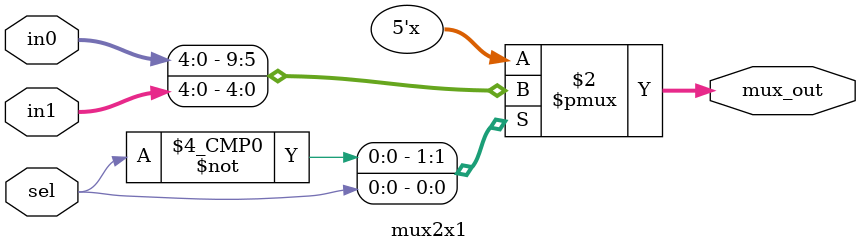
<source format=v>
module mux2x1 #(parameter WIDTH = 5) (
  input [WIDTH-1 : 0] in0 ,
  input [WIDTH-1 : 0]in1 ,
  input sel , 
  output reg [WIDTH-1 : 0] mux_out
);
 always @(*)begin
  case (sel)
    1'b0:begin mux_out = in0 ; end 
    1'b1:begin mux_out = in1 ; end 
  endcase
 end
endmodule
</source>
